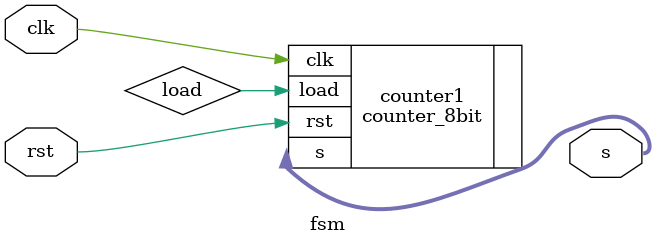
<source format=sv>
module fsm (
    input clk,
    input rst,
    output logic [7:0] s
);

  logic load_counter;
  counter_8bit counter1 (
      .clk(clk),
      .rst(rst),
      .load(load),
      .s(s)
  );

  logic [1:0] ns, ps;
  always_ff @(posedge clk) begin
    if (rst) ps <= #1 2'b0;
    else ps <= #1 ns;
  end

  always_comb begin
    ns = 2'h0;
    load_counter = 0;
    case (ps)
      2'h0: begin
        load_counter = 1;
        ns = 2'h1;
      end
      2'h1: ns = 2'h2;
      2'h2: ns = 2'h3;
      2'h3: ns = 2'h0;
    endcase
  end
endmodule

</source>
